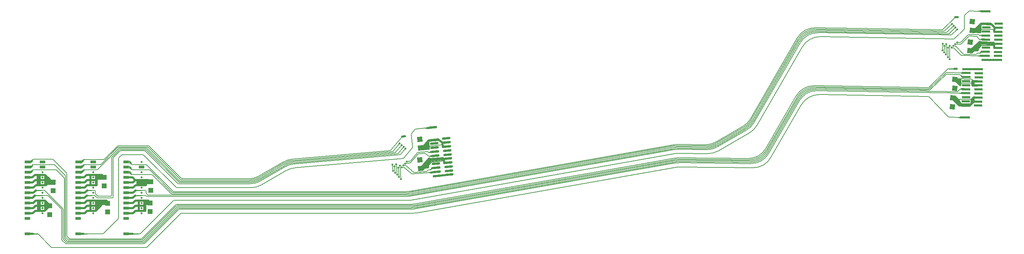
<source format=gbr>
*
G4_C Author: OrCAD GerbTool(tm) 8.1.1 Wed Jun 18 22:44:34 2003*
G4 Mass Parameters *
G4 Image *
G4 Aperture Definitions *
G4 Plot Data *
G4 Mass Parameters *
G4 Image *
G4 Aperture Definitions *
G4 Plot Data *
G4 Mass Parameters *
G4 Image *
G4 Aperture Definitions *
G4 Plot Data *
G4 Mass Parameters *
G4 Image *
G4 Aperture Definitions *
G4 Plot Data *
G4 Mass Parameters *
G4 Image *
G4 Aperture Definitions *
G4 Plot Data *
G4 Mass Parameters *
G4 Image *
G4 Aperture Definitions *
G4 Plot Data *
G4 Mass Parameters *
G4 Image *
G4 Aperture Definitions *
G4 Plot Data *
G4 Mass Parameters *
G4 Image *
G4 Aperture Definitions *
G4 Plot Data *
%LPD*%
%FSLAX34Y34*%
%MOIN*%
%AD*%
%AMD25R98*
20,1,0.025000,0.000000,-0.035000,0.000000,0.035000,98.600000*
%
%AMD10R98*
20,1,0.050000,-0.025000,0.000000,0.025000,0.000000,98.600000*
%
%AMD25R98N2*
20,1,0.025000,0.000000,-0.035000,0.000000,0.035000,98.600000*
%
%AMD10R98N2*
20,1,0.050000,-0.025000,0.000000,0.025000,0.000000,98.600000*
%
%AMD25R86*
20,1,0.025000,0.000000,-0.035000,0.000000,0.035000,86.080000*
%
%AMD10R86*
20,1,0.050000,-0.025000,0.000000,0.025000,0.000000,86.080000*
%
%AMD16R5*
20,1,0.025000,-0.035000,0.000000,0.035000,0.000000,5.450000*
%
%AMD10R5*
20,1,0.050000,-0.025000,0.000000,0.025000,0.000000,5.450000*
%
%AMD16R5N2*
20,1,0.025000,-0.035000,0.000000,0.035000,0.000000,5.450000*
%
%AMD10R5N2*
20,1,0.050000,-0.025000,0.000000,0.025000,0.000000,5.450000*
%
%AMD31R3*
20,1,0.025000,0.034920,-0.002390,-0.034920,0.002390,3.950000*
%
%AMD32R3*
20,1,0.050000,-0.001710,-0.024940,0.001710,0.024940,3.950000*
%
%AMD31R3N2*
20,1,0.025000,0.034920,-0.002390,-0.034920,0.002390,3.910000*
%
%AMD32R3N2*
20,1,0.050000,-0.001710,-0.024940,0.001710,0.024940,3.910000*
%
%AMD31R3N3*
20,1,0.025000,0.034920,-0.002390,-0.034920,0.002390,3.920000*
%
%AMD32R3N3*
20,1,0.050000,-0.001710,-0.024940,0.001710,0.024940,3.920000*
%
%AMD29R105*
20,1,0.022000,0.000000,-0.040000,0.000000,0.040000,105.000000*
%
%AMD42R105*
20,1,0.050000,-0.025000,0.000000,0.025000,0.000000,105.000000*
%
%AMD43R355*
20,1,0.022000,0.038640,0.010350,-0.038640,-0.010350,355.000000*
%
%AMD44R355*
20,1,0.050000,0.006470,-0.024150,-0.006470,0.024150,355.000000*
%
%AMD45R355*
20,1,0.022000,0.039400,0.006940,-0.039400,-0.006940,355.000000*
%
%AMD46R355*
20,1,0.050000,0.004340,-0.024620,-0.004340,0.024620,355.000000*
%
%AMD257R359*
20,1,0.022000,-0.040000,0.000000,0.040000,0.000000,359.000000*
%
%AMD42R359*
20,1,0.050000,-0.025000,0.000000,0.025000,0.000000,359.000000*
%
%AMD257R359N2*
20,1,0.022000,-0.040000,0.000000,0.040000,0.000000,359.000000*
%
%AMD42R359N2*
20,1,0.050000,-0.025000,0.000000,0.025000,0.000000,359.000000*
%
%AMD29R95*
20,1,0.022000,0.000000,-0.040000,0.000000,0.040000,95.000000*
%
%AMD42R95*
20,1,0.050000,-0.025000,0.000000,0.025000,0.000000,95.000000*
%
%AMD29R89*
20,1,0.022000,0.000000,-0.040000,0.000000,0.040000,89.000000*
%
%AMD42R89*
20,1,0.050000,-0.025000,0.000000,0.025000,0.000000,89.000000*
%
%AMD55R359*
20,1,0.022000,0.039990,-0.000700,-0.039990,0.000700,359.000000*
%
%AMD56R359*
20,1,0.050000,-0.000440,-0.025000,0.000440,0.025000,359.000000*
%
%AMD57R1*
20,1,0.022000,0.039970,-0.001400,-0.039970,0.001400,1.000000*
%
%AMD58R1*
20,1,0.050000,-0.000880,-0.024990,0.000880,0.024990,1.000000*
%
%AMD29R89N2*
20,1,0.022000,0.000000,-0.040000,0.000000,0.040000,89.000000*
%
%AMD42R89N2*
20,1,0.050000,-0.025000,0.000000,0.025000,0.000000,89.000000*
%
%ADD10R,0.050000X0.050000*%
%ADD11C,0.006000*%
%ADD12C,0.019000*%
%ADD13C,0.007900*%
%ADD14C,0.005000*%
%ADD15C,0.000800*%
%ADD16R,0.070000X0.025000*%
%ADD17R,0.068000X0.023000*%
%ADD18C,0.006000*%
%ADD19C,0.009800*%
%ADD20C,0.010000*%
%ADD21C,0.030000*%
%ADD22C,0.060000*%
%ADD23C,0.035000*%
%ADD24C,0.055000*%
%ADD25R,0.025000X0.070000*%
%ADD26D25R98*%
%ADD27R,0.029000X0.058000*%
%ADD28R,0.031000X0.060000*%
%ADD29R,0.022000X0.080000*%
%ADD30R,0.024000X0.082000*%
%ADD31R,0.030000X0.030000*%
%ADD32D10R86*%
%ADD33D16R5*%
%ADD34D10R5*%
%ADD35D16R5N2*%
%ADD36D10R5N2*%
%ADD37D31R3*%
%ADD38D32R3*%
%ADD39R,0.070000X0.025000*%
%ADD40D32R3N2*%
%ADD41R,0.070000X0.025000*%
%ADD42R,0.050000X0.050000*%
%ADD43D29R105*%
%ADD44D42R105*%
%ADD45D43R355*%
%ADD46D44R355*%
%ADD47D45R355*%
%ADD48D46R355*%
%ADD49D257R359*%
%ADD50D42R359*%
%ADD51D257R359N2*%
%ADD52D42R359N2*%
%ADD53D29R95*%
%ADD54D42R95*%
%ADD55D29R89*%
%ADD56D42R89*%
%ADD57D55R359*%
%ADD58D56R359*%
%ADD59D57R1*%
%ADD60D58R1*%
%ADD61D29R89N2*%
%ADD62D42R89N2*%
%ADD256R,0.058000X0.029000*%
%ADD257R,0.080000X0.022000*%
G4_C OrCAD GerbTool Tool List *
G54D20*
G1X11513Y1868D2*
G1X11004Y1868D1*
G1X12196Y4128D2*
G54D12*
G1X12196Y4601D1*
G1X12196Y4246D2*
G1X12196Y4718D1*
G1X12249Y6623D2*
G1X12250Y7097D1*
G1X12167Y6118D2*
G54D11*
G1X11579Y6117D1*
G1X12267Y6018D2*
G75*
G3X12167Y6118I-100J0D1*
G74*
G1X11662Y1868D2*
G1X11400Y1868D1*
G1X11732Y1897D2*
G75*
G2X11662Y1868I-71J71D1*
G74*
G1X6204Y1866D2*
G54D12*
G1X5653Y1866D1*
G1X8046Y1869D2*
G54D11*
G1X6402Y1868D1*
G1X8116Y1898D2*
G75*
G2X8046Y1869I-71J71D1*
G74*
G1X6103Y1866D2*
G54D20*
G1X6544Y1866D1*
G1X1304Y1868D2*
G54D12*
G1X755Y1868D1*
G1X1714Y1868D2*
G54D20*
G1X1205Y1868D1*
G1X1784Y1837D2*
G75*
G54D11*
G3X1714Y1868I-71J-71D1*
G74*
G1X10944Y7368D2*
G54D12*
G1X10368Y7367D1*
G1X10499Y6367D2*
G1X10994Y6367D1*
G1X11245Y6619D1*
G1X10506Y5866D2*
G1X11005Y5866D1*
G1X10991Y4869D2*
G1X10444Y4869D1*
G1X10443Y4369D2*
G1X10990Y4369D1*
G1X11241Y4619D1*
G1X10977Y5368D2*
G1X11228Y5619D1*
G1X11242Y5119D2*
G1X10991Y4869D1*
G1X11232Y4119D2*
G1X10984Y3869D1*
G1X11005Y5866D2*
G1X11258Y6119D1*
G1X10989Y6871D2*
G1X10416Y6871D1*
G1X11237Y7119D2*
G1X10989Y6871D1*
G1X9602Y9226D2*
G75*
G54D11*
G2X9632Y9297I100J0D1*
G74*
G1X6304Y9111D2*
G1X6174Y9005D1*
G1X6244Y7365D2*
G54D12*
G1X6496Y7617D1*
G1X6293Y6365D2*
G1X6544Y6617D1*
G1X6290Y4367D2*
G1X6540Y4616D1*
G1X6276Y5367D2*
G1X6526Y5617D1*
G1X6540Y5116D2*
G1X6291Y4867D1*
G1X6531Y4117D2*
G1X6282Y3867D1*
G1X6526Y5617D2*
G54D20*
G1X7003Y5616D1*
G1X6304Y5865D2*
G54D12*
G1X6558Y6118D1*
G1X6558Y6117D2*
G54D20*
G1X7004Y6117D1*
G1X7805Y4617D2*
G54D12*
G1X6557Y4617D1*
G1X7856Y4616D2*
G1X7355Y4117D1*
G1X6531Y4117D1*
G1X6536Y7117D2*
G1X6289Y6868D1*
G1X7829Y4668D2*
G1X7379Y5117D1*
G1X7463Y7117D2*
G1X6536Y7117D1*
G1X6496Y7617D2*
G1X7463Y7617D1*
G1X7464Y6617D2*
G1X6544Y6617D1*
G1X8212Y4970D2*
G1X7711Y4471D1*
G1X6164Y8487D2*
G54D11*
G1X6300Y8599D1*
G75*
G2X6363Y8621I63J-78D1*
G74*
G1X6276Y8079D2*
G1X6169Y7992D1*
G1X6340Y8103D2*
G75*
G3X6276Y8079I0J-100D1*
G74*
G1X7227Y5617D2*
G1X6778Y5617D1*
G1X7299Y5587D2*
G75*
G3X7227Y5617I-71J-71D1*
G74*
G1X7371Y5728D2*
G75*
G2X7342Y5798I71J71D1*
G74*
G1X7342Y6016D1*
G1X7242Y6117D2*
G1X6778Y6117D1*
G1X7342Y6016D2*
G75*
G3X7242Y6117I-100J0D1*
G74*
G1X7537Y5561D2*
G1X7371Y5728D1*
G1X7608Y5531D2*
G75*
G2X7537Y5561I0J100D1*
G74*
G1X7489Y5396D2*
G1X7299Y5587D1*
G1X7560Y5367D2*
G75*
G2X7489Y5396I0J100D1*
G74*
G1X1018Y7762D2*
G1X1148Y7868D1*
G1X1018Y7975D1*
G1X1038Y7946D2*
G1X1038Y7792D1*
G1X1076Y7923D2*
G1X1075Y7814D1*
G1X1023Y7869D2*
G1X1148Y7868D1*
G1X1018Y8262D2*
G1X1148Y8369D1*
G1X1039Y8446D2*
G1X1038Y8292D1*
G1X1075Y8423D2*
G1X1076Y8315D1*
G1X1023Y8369D2*
G1X1148Y8369D1*
G1X1040Y8946D2*
G1X1039Y8792D1*
G1X1076Y8923D2*
G1X1077Y8815D1*
G1X1025Y8868D2*
G1X1149Y8869D1*
G1X1215Y8524D2*
G75*
G2X1314Y8624I100J0D1*
G74*
G1X1215Y8468D2*
G1X1215Y8524D1*
G1X1114Y8369D2*
G75*
G3X1215Y8468I0J100D1*
G74*
G1X1023Y7869D2*
G1X1148Y7868D1*
G1X1214Y8023D2*
G75*
G2X1314Y8123I100J0D1*
G74*
G1X1215Y7969D2*
G1X1214Y8023D1*
G1X1114Y7869D2*
G75*
G3X1215Y7969I0J100D1*
G74*
G1X1148Y8869D2*
G1X1018Y8975D1*
G1X1024Y8869D2*
G1X1148Y8869D1*
G1X1114Y8868D2*
G75*
G3X1214Y8969I0J100D1*
G74*
G1X1146Y8368D2*
G1X1017Y8475D1*
G1X1063Y8414D2*
G1X1188Y8413D1*
G1X1067Y8449D2*
G1X1192Y8449D1*
G1X1114Y8488D2*
G1X1244Y8594D1*
G1X1072Y8423D2*
G1X1202Y8529D1*
G1X1003Y8474D2*
G1X1127Y8473D1*
G1X1081Y8396D2*
G1X1211Y8502D1*
G1X1016Y8975D2*
G1X1142Y8975D1*
G1X1056Y8915D2*
G1X1180Y8915D1*
G1X1058Y8954D2*
G1X1183Y8953D1*
G1X1212Y9026D2*
G1X1082Y8919D1*
G1X1205Y8985D2*
G1X1075Y8879D1*
G1X1190Y8960D2*
G1X1060Y8854D1*
G1X1055Y8440D2*
G1X1185Y8547D1*
G1X1119Y7993D2*
G1X1249Y8099D1*
G1X1038Y7927D2*
G1X1168Y8033D1*
G1X979Y7974D2*
G1X1103Y7974D1*
G1X1071Y7913D2*
G1X1196Y7913D1*
G1X1074Y7946D2*
G1X1199Y7946D1*
G1X1078Y7973D2*
G1X1203Y7972D1*
G1X1073Y7914D2*
G1X1203Y8021D1*
G1X1214Y8969D2*
G1X1214Y9029D1*
G75*
G2X1315Y9129I100J0D1*
G74*
G1X1256Y9112D2*
G1X1126Y9006D1*
G1X1200Y9067D2*
G1X1070Y8961D1*
G1X1195Y7366D2*
G54D12*
G1X618Y7367D1*
G1X1195Y7366D2*
G1X1447Y7618D1*
G1X1087Y8928D2*
G54D11*
G1X1215Y9057D1*
G1X748Y6366D2*
G54D12*
G1X1244Y6366D1*
G1X756Y5866D2*
G1X1256Y5866D1*
G1X694Y3868D2*
G1X1194Y3868D1*
G1X1242Y4868D2*
G1X694Y4867D1*
G1X694Y4368D2*
G1X1240Y4368D1*
G1X694Y5368D2*
G1X1228Y5368D1*
G1X1477Y5618D1*
G1X1483Y4118D2*
G1X1233Y3868D1*
G1X1239Y6869D2*
G1X667Y6870D1*
G1X1487Y7118D2*
G1X1239Y6869D1*
G1X1030Y8772D2*
G54D11*
G1X1160Y8879D1*
G1X1608Y6118D2*
G54D20*
G1X2054Y6117D1*
G1X2907Y4618D2*
G54D12*
G1X2407Y4118D1*
G1X2879Y4668D2*
G1X2430Y5118D1*
G1X1293Y6366D2*
G1X1545Y6618D1*
G1X1289Y4368D2*
G1X1540Y4618D1*
G1X1540Y5117D2*
G1X1291Y4868D1*
G1X1305Y5866D2*
G1X1557Y6119D1*
G1X14952Y5988D2*
G75*
G54D11*
G2X14882Y6017I0J100D1*
G74*
G1X14880Y5868D2*
G75*
G2X14810Y5897I0J100D1*
G74*
G1X14799Y5748D2*
G75*
G2X14729Y5777I0J100D1*
G74*
G1X14934Y5099D2*
G1X11732Y1897D1*
G1X15004Y5128D2*
G75*
G3X14934Y5099I0J-100D1*
G74*
G1X15245Y4748D2*
G75*
G3X15175Y4719I0J-100D1*
G74*
G1X15233Y4599D2*
G75*
G2X15303Y4628I71J-71D1*
G74*
G1X15360Y4508D2*
G75*
G3X15290Y4479I0J-100D1*
G74*
G1X15353Y4359D2*
G75*
G2X15423Y4388I71J-71D1*
G74*
G1X15497Y4268D2*
G75*
G3X15427Y4239I0J-100D1*
G74*
G1X15622Y3859D2*
G75*
G2X15692Y3888I71J-71D1*
G74*
G1X9737Y9936D2*
G75*
G2X9807Y9965I71J-71D1*
G74*
G1X9663Y10056D2*
G75*
G2X9733Y10085I71J-71D1*
G74*
G1X9600Y10176D2*
G75*
G2X9670Y10205I71J-71D1*
G74*
G1X9543Y10296D2*
G75*
G2X9613Y10325I71J-71D1*
G74*
G1X9486Y10416D2*
G75*
G2X9556Y10445I71J-71D1*
G74*
G1X9632Y9297D2*
G1X9888Y9554D1*
G75*
G2X9958Y9583I71J-71D1*
G74*
G1X12128Y938D2*
G1X15427Y4239D1*
G1X12058Y909D2*
G75*
G3X12128Y938I0J100D1*
G74*
G1X15353Y4359D2*
G1X12053Y1058D1*
G75*
G2X11983Y1029I-71J71D1*
G74*
G1X11990Y1178D2*
G1X15290Y4479D1*
G1X11920Y1149D2*
G75*
G3X11990Y1178I0J100D1*
G74*
G1X15233Y4599D2*
G1X11933Y1298D1*
G75*
G2X11863Y1269I-71J71D1*
G74*
G1X11875Y1418D2*
G1X15175Y4719D1*
G1X11805Y1389D2*
G75*
G3X11875Y1418I0J100D1*
G74*
G1X11805Y1389D2*
G1X4856Y1389D1*
G75*
G2X4786Y1418I0J100D1*
G74*
G1X4757Y1269D2*
G1X11863Y1269D1*
G1X4686Y1298D2*
G75*
G3X4757Y1269I71J71D1*
G74*
G1X11920Y1149D2*
G1X4659Y1149D1*
G75*
G2X4588Y1178I0J100D1*
G74*
G1X4584Y1029D2*
G1X11983Y1029D1*
G1X4514Y1058D2*
G75*
G3X4584Y1029I71J71D1*
G74*
G1X12058Y909D2*
G1X4485Y909D1*
G75*
G2X4415Y938I0J100D1*
G74*
G1X4101Y1252D1*
G1X4072Y1322D2*
G75*
G3X4101Y1252I100J0D1*
G74*
G1X4514Y1058D2*
G1X4221Y1351D1*
G75*
G2X4192Y1421I71J71D1*
G74*
G1X4588Y1178D2*
G1X4341Y1427D1*
G75*
G2X4312Y1497I71J71D1*
G74*
G1X4461Y1525D2*
G1X4686Y1298D1*
G1X4432Y1595D2*
G75*
G3X4461Y1525I100J0D1*
G74*
G1X4786Y1418D2*
G1X4584Y1620D1*
G75*
G2X4555Y1690I71J71D1*
G74*
G1X4072Y1322D2*
G1X4072Y4227D1*
G75*
G3X4043Y4297I-100J0D1*
G74*
G1X4192Y1421D2*
G1X4192Y4277D1*
G75*
G3X4163Y4347I-100J0D1*
G74*
G1X4043Y4297D2*
G1X2750Y5589D1*
G1X2680Y5618D2*
G1X1830Y5618D1*
G1X2750Y5589D2*
G75*
G3X2680Y5618I-71J-71D1*
G74*
G1X4163Y4347D2*
G1X2421Y6089D1*
G1X2351Y6118D2*
G1X1829Y6118D1*
G1X2421Y6089D2*
G75*
G3X2351Y6118I-71J-71D1*
G74*
G1X4312Y1497D2*
G1X4312Y7272D1*
G75*
G3X4283Y7342I-100J0D1*
G74*
G1X4432Y1595D2*
G1X4432Y7492D1*
G75*
G3X4403Y7562I-100J0D1*
G74*
G1X4555Y1690D2*
G1X4555Y7728D1*
G75*
G3X4526Y7798I-100J0D1*
G74*
G1X4283Y7342D2*
G1X3532Y8094D1*
G75*
G3X3462Y8123I-71J-71D1*
G74*
G1X4403Y7562D2*
G1X3372Y8594D1*
G75*
G3X3302Y8623I-71J-71D1*
G74*
G1X4526Y7798D2*
G1X3225Y9099D1*
G75*
G3X3155Y9128I-71J-71D1*
G74*
G1X2407Y4118D2*
G54D12*
G1X1483Y4118D1*
G1X2856Y4618D2*
G1X1523Y4618D1*
G1X2430Y5118D2*
G1X1523Y5117D1*
G1X2154Y5618D2*
G54D20*
G1X1523Y5618D1*
G1X2515Y7118D2*
G54D12*
G1X1487Y7118D1*
G1X3302Y8623D2*
G54D11*
G1X1314Y8623D1*
G1X3155Y9128D2*
G1X1315Y9128D1*
G1X3462Y8123D2*
G1X1313Y8123D1*
G1X1784Y1837D2*
G1X3064Y558D1*
G75*
G3X3134Y529I71J71D1*
G74*
G1X12253Y529D1*
G1X12323Y558D2*
G1X15622Y3859D1*
G1X12253Y529D2*
G75*
G3X12323Y558I0J100D1*
G74*
G1X8116Y1898D2*
G1X9573Y3355D1*
G1X9602Y3425D2*
G1X9602Y9226D1*
G1X9573Y3355D2*
G75*
G3X9602Y3425I-71J71D1*
G74*
G1X5644Y3867D2*
G54D12*
G1X6243Y3867D1*
G1X5642Y4367D2*
G1X6290Y4367D1*
G1X6291Y4867D2*
G1X5643Y4866D1*
G1X5643Y5367D2*
G1X6276Y5367D1*
G1X5705Y5865D2*
G1X6304Y5865D1*
G1X5697Y6365D2*
G1X6293Y6365D1*
G1X6244Y7365D2*
G1X5567Y7366D1*
G1X6289Y6868D2*
G1X5615Y6869D1*
G1X6102Y7879D2*
G54D11*
G1X5972Y7984D1*
G1X5972Y7773D2*
G1X6102Y7879D1*
G1X5977Y7879D1*
G1X5992Y7956D2*
G1X5992Y7801D1*
G1X6102Y7879D2*
G1X5977Y7879D1*
G1X6025Y7923D2*
G1X6151Y7923D1*
G1X6068Y7879D2*
G75*
G3X6169Y7979I0J100D1*
G74*
G1X6032Y7983D2*
G1X6157Y7983D1*
G1X6027Y7925D2*
G1X6157Y8031D1*
G1X6168Y8020D2*
G1X6168Y8075D1*
G1X6190Y8098D2*
G1X5992Y7937D1*
G1X6030Y7933D2*
G1X6030Y7825D1*
G1X6028Y7956D2*
G1X6153Y7956D1*
G1X6252Y8121D2*
G75*
G3X6190Y8098I0J-101D1*
G74*
G1X6169Y7979D2*
G1X6169Y8034D1*
G1X6396Y8121D2*
G1X6252Y8121D1*
G1X5934Y7965D2*
G1X6047Y8018D1*
G1X6034Y8012D2*
G1X6147Y8064D1*
G1X6102Y8379D2*
G1X5972Y8484D1*
G1X5972Y8273D2*
G1X6102Y8379D1*
G1X5977Y8379D1*
G1X5992Y8456D2*
G1X5992Y8301D1*
G1X6102Y8379D2*
G1X5977Y8379D1*
G1X6025Y8423D2*
G1X6151Y8423D1*
G1X6068Y8379D2*
G75*
G3X6169Y8479I0J100D1*
G74*
G1X6032Y8483D2*
G1X6157Y8483D1*
G1X6027Y8425D2*
G1X6157Y8531D1*
G1X6168Y8520D2*
G1X6168Y8575D1*
G1X6190Y8598D2*
G1X5992Y8437D1*
G1X6030Y8433D2*
G1X6030Y8325D1*
G1X6028Y8456D2*
G1X6153Y8456D1*
G1X6252Y8621D2*
G75*
G3X6190Y8598I0J-101D1*
G74*
G1X6169Y8479D2*
G1X6169Y8534D1*
G1X6396Y8621D2*
G1X6252Y8621D1*
G1X5934Y8466D2*
G1X6047Y8518D1*
G1X6034Y8512D2*
G1X6147Y8565D1*
G1X6104Y8878D2*
G1X5974Y8983D1*
G1X5974Y8772D2*
G1X6104Y8878D1*
G1X5979Y8878D1*
G1X5994Y8955D2*
G1X5994Y8800D1*
G1X6104Y8878D2*
G1X5979Y8878D1*
G1X6027Y8922D2*
G1X6153Y8922D1*
G1X6070Y8878D2*
G75*
G3X6171Y8978I0J100D1*
G74*
G1X6034Y8982D2*
G1X6159Y8982D1*
G1X6029Y8924D2*
G1X6159Y9030D1*
G1X6170Y9019D2*
G1X6170Y9074D1*
G1X6192Y9097D2*
G1X5994Y8936D1*
G1X6032Y8932D2*
G1X6032Y8824D1*
G1X6030Y8955D2*
G1X6155Y8955D1*
G1X6254Y9120D2*
G75*
G3X6192Y9097I0J-101D1*
G74*
G1X6171Y8978D2*
G1X6171Y9033D1*
G1X6398Y9120D2*
G1X6254Y9120D1*
G1X5936Y8964D2*
G1X6049Y9017D1*
G1X6036Y9011D2*
G1X6149Y9063D1*
G1X6110Y8476D2*
G1X6246Y8588D1*
G1X6128Y7999D2*
G1X6264Y8111D1*
G1X12250Y6618D2*
G54D12*
G1X11245Y6618D1*
G1X11259Y6117D2*
G54D20*
G1X11805Y6118D1*
G1X11228Y5618D2*
G1X11805Y5618D1*
G1X12511Y5118D2*
G54D12*
G1X11242Y5118D1*
G1X12196Y4618D2*
G1X11258Y4618D1*
G1X12196Y4118D2*
G1X11232Y4118D1*
G1X12195Y5618D2*
G54D11*
G1X11548Y5618D1*
G1X12265Y5589D2*
G75*
G3X12195Y5618I-71J-71D1*
G74*
G1X12265Y5589D2*
G1X12317Y5537D1*
G75*
G3X12387Y5508I71J71D1*
G74*
G1X12267Y5865D2*
G1X12267Y6018D1*
G1X12296Y5794D2*
G75*
G2X12267Y5865I71J71D1*
G74*
G1X12296Y5794D2*
G1X12433Y5657D1*
G75*
G3X12503Y5628I71J71D1*
G74*
G1X10444Y5368D2*
G54D12*
G1X10977Y5368D1*
G1X10444Y3868D2*
G1X10945Y3868D1*
G1X11004Y1868D2*
G1X10454Y1868D1*
G1X11814Y6366D3*
G1X11813Y5866D3*
G1X11813Y4367D3*
G1X11812Y5367D3*
G1X11812Y4867D3*
G1X11813Y3866D3*
G1X11812Y7867D3*
G54D256*
G1X11812Y8367D3*
G54D12*
G1X11814Y8867D3*
G54D256*
G1X10343Y8369D3*
G1X10342Y7868D3*
G1X10342Y7369D3*
G1X10342Y6869D3*
G1X10342Y6368D3*
G1X10343Y5868D3*
G1X10343Y5368D3*
G1X10342Y4867D3*
G1X10343Y4368D3*
G1X10342Y3869D3*
G1X10343Y3368D3*
G1X10342Y1868D3*
G1X10343Y8868D3*
G1X12511Y6800D2*
G54D12*
G1X12123Y6800D1*
G1X12518Y6976D2*
G1X12123Y6976D1*
G1X11812Y7367D3*
G1X12510Y7116D2*
G1X11237Y7116D1*
G54D42*
G1X12650Y4047D3*
G1X12651Y4887D3*
G1X12727Y6111D3*
G1X12728Y6951D3*
G54D12*
G1X7125Y6366D3*
G1X7124Y5866D3*
G1X7124Y4367D3*
G1X7124Y6866D3*
G1X7123Y7367D3*
G1X7123Y5367D3*
G1X7123Y4867D3*
G1X7124Y3866D3*
G54D256*
G1X5654Y8369D3*
G1X5653Y7868D3*
G1X5653Y7369D3*
G1X5653Y6869D3*
G1X5653Y6368D3*
G1X5654Y5868D3*
G1X5654Y5368D3*
G1X5653Y4867D3*
G1X5654Y4368D3*
G1X5653Y3869D3*
G1X5654Y3368D3*
G1X5653Y1868D3*
G1X5654Y8868D3*
G1X7123Y8867D3*
G1X7123Y8367D3*
G54D12*
G1X7123Y7867D3*
G1X9600Y10176D2*
G54D11*
G1X7575Y8150D1*
G1X7505Y8121D2*
G1X6340Y8121D1*
G1X7575Y8150D2*
G75*
G2X7505Y8121I-71J71D1*
G74*
G1X6363Y8621D2*
G1X7828Y8621D1*
G1X7898Y8650D2*
G1X9543Y10296D1*
G1X7828Y8621D2*
G75*
G3X7898Y8650I0J100D1*
G74*
G1X9486Y10416D2*
G1X8218Y9149D1*
G1X8148Y9120D2*
G1X6363Y9120D1*
G1X8218Y9149D2*
G75*
G2X8148Y9120I-71J71D1*
G74*
G1X6870Y7084D2*
G54D12*
G1X6870Y7557D1*
G1X6870Y6642D2*
G1X6870Y7115D1*
G1X7379Y6647D2*
G1X7379Y7120D1*
G1X7379Y7054D2*
G1X7379Y7527D1*
G1X5958Y7947D2*
G54D11*
G1X5958Y7792D1*
G1X5943Y7909D2*
G1X5943Y7754D1*
G1X5956Y8445D2*
G1X5956Y8290D1*
G1X5943Y8409D2*
G1X5943Y8254D1*
G1X5953Y8941D2*
G1X5953Y8786D1*
G1X5943Y8909D2*
G1X5943Y8754D1*
G1X6257Y9124D2*
G1X6127Y9018D1*
G1X8820Y5532D2*
G1X7608Y5532D1*
G1X8920Y5632D2*
G75*
G2X8820Y5532I-100J0D1*
G74*
G1X7560Y5367D2*
G1X8971Y5367D1*
G75*
G3X9071Y5467I0J100D1*
G74*
G1X9070Y9227D1*
G1X9099Y9298D2*
G1X9737Y9936D1*
G1X9070Y9227D2*
G75*
G2X9099Y9298I100J0D1*
G74*
G1X8920Y5632D2*
G1X8920Y9271D1*
G1X8949Y9342D2*
G1X9663Y10056D1*
G1X8920Y9271D2*
G75*
G2X8949Y9342I100J0D1*
G74*
G54D42*
G1X8519Y3993D3*
G1X8520Y4833D3*
G1X8008Y7617D2*
G54D12*
G1X7438Y7617D1*
G1X7463Y6617D2*
G1X7463Y7606D1*
G1X7397Y6976D2*
G1X7453Y6976D1*
G1X7453Y6799D2*
G1X7397Y6799D1*
G1X8015Y7445D2*
G1X7445Y7445D1*
G1X8021Y7258D2*
G1X7451Y7258D1*
G54D42*
G1X8188Y6535D3*
G1X8189Y7375D3*
G54D12*
G1X2196Y6365D3*
G1X2195Y5865D3*
G1X2195Y4366D3*
G1X2195Y6865D3*
G1X2194Y7366D3*
G1X2194Y5366D3*
G1X2194Y4866D3*
G1X2195Y3865D3*
G1X2194Y7866D3*
G54D256*
G1X2194Y8366D3*
G1X2196Y8866D3*
G1X724Y8368D3*
G1X723Y7867D3*
G1X723Y7368D3*
G1X723Y6868D3*
G1X723Y6367D3*
G1X724Y5867D3*
G1X724Y5367D3*
G1X723Y4866D3*
G1X724Y4367D3*
G1X723Y3868D3*
G1X724Y3367D3*
G1X723Y1866D3*
G1X724Y8867D3*
G1X1487Y7618D2*
G54D12*
G1X2429Y7618D1*
G54D42*
G1X2906Y3758D3*
G1X2907Y4598D3*
G1X3225Y6062D3*
G1X3226Y6902D3*
G1X2520Y7056D2*
G54D12*
G1X3380Y7056D1*
G1X2880Y7168D2*
G1X2431Y7618D1*
G1X3132Y6914D2*
G1X2683Y7364D1*
G1X2520Y6747D2*
G1X3380Y6747D1*
G1X2468Y6911D2*
G1X3328Y6911D1*
G1X3057Y6870D2*
G1X2608Y7320D1*
G1X2614Y6733D2*
G1X2614Y7410D1*
G1X2461Y6618D2*
G1X2461Y7568D1*
G1X2991Y7062D2*
G1X2541Y6618D1*
G1X2523Y6617D2*
G1X1568Y6617D1*
G1X1933Y4140D2*
G1X1933Y5090D1*
G1X1750Y4147D2*
G1X1750Y5097D1*
G1X1915Y6634D2*
G1X1915Y7584D1*
G1X1730Y6620D2*
G1X1730Y7570D1*
G1X2455Y5087D2*
G1X2455Y4188D1*
G1X2613Y4918D2*
G1X2613Y4418D1*
G1X12098Y6702D2*
G1X12098Y7117D1*
G1X11427Y6667D2*
G1X11427Y7117D1*
G1X11208Y7122D2*
G1X10956Y7376D1*
G54D256*
G1X11762Y6950D3*
G1X11741Y6795D3*
G1X10631Y7973D2*
G54D11*
G1X10761Y7867D1*
G1X10631Y7761D1*
G1X10637Y7867D2*
G1X10761Y7867D1*
G1X10637Y7867D1*
G1X10727Y7868D2*
G75*
G2X10827Y7767I0J-100D1*
G74*
G1X10652Y7810D2*
G1X10782Y7703D1*
G1X10591Y7763D2*
G1X10717Y7762D1*
G1X10685Y7823D2*
G1X10809Y7823D1*
G1X10687Y7790D2*
G1X10813Y7790D1*
G1X10692Y7763D2*
G1X10816Y7763D1*
G1X10687Y7821D2*
G1X10817Y7715D1*
G1X10827Y7731D2*
G1X10826Y7676D1*
G1X10827Y7776D2*
G1X10827Y7721D1*
G1X10646Y7927D2*
G1X10646Y7800D1*
G1X10632Y8473D2*
G1X10762Y8367D1*
G1X10636Y8368D1*
G1X10728Y8367D2*
G75*
G2X10827Y8267I0J-100D1*
G74*
G1X10760Y8367D2*
G1X10629Y8261D1*
G1X10677Y8323D2*
G1X10802Y8322D1*
G1X10680Y8287D2*
G1X10805Y8287D1*
G1X10685Y8313D2*
G1X10815Y8207D1*
G1X10615Y8262D2*
G1X10741Y8262D1*
G1X10695Y8340D2*
G1X10825Y8234D1*
G1X10669Y8295D2*
G1X10799Y8189D1*
G1X10826Y8238D2*
G1X10826Y8183D1*
G1X10826Y8281D2*
G1X10826Y8226D1*
G1X10650Y8422D2*
G1X10650Y8295D1*
G1X10637Y8870D2*
G1X10763Y8870D1*
G1X10632Y8976D1*
G1X10762Y8870D2*
G1X10631Y8764D1*
G1X10636Y8870D2*
G1X10762Y8870D1*
G1X10727Y8870D2*
G75*
G2X10827Y8770I0J-100D1*
G74*
G1X10629Y8765D2*
G1X10754Y8764D1*
G1X10668Y8824D2*
G1X10794Y8825D1*
G1X10672Y8785D2*
G1X10796Y8785D1*
G1X10825Y8713D2*
G1X10695Y8819D1*
G1X10819Y8755D2*
G1X10689Y8860D1*
G1X10803Y8779D2*
G1X10673Y8885D1*
G1X10827Y8770D2*
G1X10828Y8710D1*
G1X10812Y8672D2*
G1X10682Y8778D1*
G1X10700Y8811D2*
G1X10828Y8682D1*
G1X10646Y8920D2*
G1X10646Y8793D1*
G1X10732Y7743D2*
G1X10839Y7656D1*
G75*
G3X10902Y7634I63J78D1*
G74*
G1X10728Y8248D2*
G1X10853Y8147D1*
G75*
G3X10916Y8124I63J77D1*
G74*
G1X10738Y8733D2*
G1X10844Y8647D1*
G75*
G3X10907Y8624I63J77D1*
G74*
G1X14729Y5777D2*
G1X12903Y7604D1*
G1X12832Y7634D2*
G1X10902Y7634D1*
G1X12903Y7604D2*
G75*
G3X12832Y7634I-71J-71D1*
G74*
G1X10916Y8124D2*
G1X12542Y8124D1*
G1X12612Y8095D2*
G1X14810Y5897D1*
G1X12542Y8124D2*
G75*
G2X12612Y8095I0J-100D1*
G74*
G1X12196Y4268D2*
G54D12*
G1X12096Y4269D1*
G1X12197Y4431D2*
G1X12097Y4431D1*
G1X12510Y4776D2*
G1X12097Y4776D1*
G1X12097Y4938D2*
G1X12510Y4938D1*
G1X11556Y4122D2*
G1X11556Y4595D1*
G1X11556Y4566D2*
G1X11556Y5038D1*
G1X12096Y4138D2*
G1X12096Y4611D1*
G1X12097Y4561D2*
G1X12097Y5034D1*
G1X6866Y4134D2*
G1X6866Y4607D1*
G1X7623Y4430D2*
G1X7414Y4430D1*
G1X6866Y4607D2*
G1X6866Y5080D1*
G1X8422Y4774D2*
G1X7414Y4774D1*
G1X7414Y4937D2*
G1X8423Y4937D1*
G1X7410Y4207D2*
G1X7410Y4680D1*
G1X7410Y4567D2*
G1X7410Y5040D1*
G1X8422Y5117D2*
G1X6540Y5117D1*
G1X14882Y6017D2*
G54D11*
G1X12304Y8595D1*
G1X12234Y8624D2*
G1X10907Y8624D1*
G1X12304Y8595D2*
G75*
G3X12234Y8624I-71J-71D1*
G74*
G1X15251Y6368D2*
G75*
G2X15180Y6397I0J100D1*
G74*
G1X15350Y6777D2*
G75*
G3X15421Y6748I71J71D1*
G74*
G1X15520Y6868D2*
G75*
G2X15449Y6897I0J100D1*
G74*
G1X15525Y7017D2*
G75*
G3X15596Y6988I71J71D1*
G74*
G1X15691Y7108D2*
G75*
G2X15620Y7137I0J100D1*
G74*
G1X15718Y7257D2*
G75*
G3X15789Y7228I71J71D1*
G74*
G1X9556Y10445D2*
G1X12498Y10445D1*
G1X12569Y10416D2*
G1X15718Y7257D1*
G1X12498Y10445D2*
G75*
G2X12569Y10416I0J-100D1*
G74*
G1X15620Y7137D2*
G1X12470Y10296D1*
G1X12399Y10325D2*
G1X9613Y10325D1*
G1X12470Y10296D2*
G75*
G3X12399Y10325I-71J-71D1*
G74*
G1X9670Y10205D2*
G1X12297Y10205D1*
G1X12368Y10176D2*
G1X15525Y7017D1*
G1X12297Y10205D2*
G75*
G2X12368Y10176I0J-100D1*
G74*
G1X15449Y6897D2*
G1X12292Y10056D1*
G1X12221Y10085D2*
G1X9733Y10085D1*
G1X12292Y10056D2*
G75*
G3X12221Y10085I-71J-71D1*
G74*
G1X9807Y9965D2*
G1X12122Y9965D1*
G1X12193Y9936D2*
G1X15350Y6777D1*
G1X12122Y9965D2*
G75*
G2X12193Y9936I0J-100D1*
G74*
G1X9958Y9583D2*
G1X11954Y9583D1*
G1X12025Y9554D2*
G1X15180Y6397D1*
G1X11954Y9583D2*
G75*
G2X12025Y9554I0J-100D1*
G74*
G1X70813Y9204D2*
G75*
G3X72566Y10204I20J1996D1*
G74*
G1X72635Y10083D2*
G75*
G2X70882Y9083I-1733J1001D1*
G74*
G1X70951Y8963D2*
G75*
G3X72704Y9963I20J1996D1*
G74*
G1X72773Y9842D2*
G75*
G2X71020Y8842I-1733J1001D1*
G74*
G1X71089Y8721D2*
G75*
G3X72842Y9721I20J1996D1*
G74*
G1X73041Y9307D2*
G75*
G2X71288Y8307I-1733J1001D1*
G74*
G1X66678Y10549D2*
G75*
G3X67699Y10817I20J2009D1*
G74*
G1X70321Y12331D1*
G75*
G3X71053Y13063I-996J1725D1*
G74*
G1X71141Y12975D2*
G75*
G2X70409Y12243I-1725J996D1*
G74*
G1X67731Y10697D1*
G75*
G2X66710Y10429I-1001J1734D1*
G74*
G1X66741Y10309D2*
G75*
G3X67762Y10577I20J2009D1*
G74*
G1X70497Y12155D1*
G75*
G3X71229Y12887I-996J1725D1*
G74*
G1X71317Y12800D2*
G75*
G2X70585Y12067I-1725J996D1*
G74*
G1X67794Y10456D1*
G75*
G2X66773Y10188I-1001J1734D1*
G74*
G1X66804Y10068D2*
G75*
G3X67825Y10336I22J2006D1*
G74*
G1X70672Y11980D1*
G75*
G3X71404Y12712I-996J1725D1*
G74*
G1X71683Y12433D2*
G75*
G2X70950Y11701I-1725J996D1*
G74*
G1X67922Y9953D1*
G1X66901Y9685D2*
G75*
G3X67922Y9953I20J2009D1*
G74*
G1X71288Y8307D2*
G1X64134Y8382D1*
G75*
G3X63766Y8352I-20J-2036D1*
G74*
G1X64099Y8794D2*
G1X71089Y8721D1*
G1X63731Y8764D2*
G75*
G2X64099Y8794I348J-1971D1*
G74*
G1X64093Y8915D2*
G1X71020Y8842D1*
G1X63725Y8884D2*
G75*
G2X64093Y8915I348J-1971D1*
G74*
G1X70951Y8963D2*
G1X64081Y9035D1*
G75*
G3X63712Y9004I-20J-2036D1*
G74*
G1X64069Y9155D2*
G1X70882Y9083D1*
G1X63701Y9125D2*
G75*
G2X64069Y9155I348J-1971D1*
G74*
G1X70813Y9204D2*
G1X64059Y9275D1*
G75*
G3X63691Y9245I-20J-2036D1*
G74*
G1X64023Y9715D2*
G1X66901Y9685D1*
G1X63655Y9685D2*
G75*
G2X64023Y9715I348J-1971D1*
G74*
G1X66804Y10068D2*
G1X63991Y10098D1*
G75*
G3X63623Y10067I-22J-2026D1*
G74*
G1X63981Y10218D2*
G1X66773Y10188D1*
G1X63613Y10187D2*
G75*
G2X63981Y10218I348J-1971D1*
G74*
G1X66741Y10309D2*
G1X63972Y10338D1*
G75*
G3X63604Y10308I-22J-2025D1*
G74*
G1X63963Y10458D2*
G1X66710Y10429D1*
G1X63595Y10428D2*
G75*
G2X63963Y10458I348J-1971D1*
G74*
G1X63953Y10578D2*
G1X66678Y10549D1*
G1X63584Y10548D2*
G75*
G2X63953Y10578I348J-1972D1*
G74*
G1X15497Y4268D2*
G1X38059Y4268D1*
G1X38406Y4299D2*
G1X63731Y8764D1*
G1X38059Y4268D2*
G75*
G3X38406Y4299I0J2033D1*
G74*
G1X63725Y8884D2*
G1X38395Y4419D1*
G1X38048Y4388D2*
G1X15423Y4388D1*
G1X38395Y4419D2*
G75*
G2X38048Y4388I-347J1966D1*
G74*
G1X15360Y4508D2*
G1X38038Y4508D1*
G1X38385Y4539D2*
G1X63712Y9004D1*
G1X38038Y4508D2*
G75*
G3X38385Y4539I0J2033D1*
G74*
G1X63701Y9125D2*
G1X38375Y4659D1*
G1X38028Y4628D2*
G1X15303Y4628D1*
G1X38375Y4659D2*
G75*
G2X38028Y4628I-347J1966D1*
G74*
G1X15245Y4748D2*
G1X38017Y4748D1*
G1X38365Y4779D2*
G1X63691Y9245D1*
G1X38017Y4748D2*
G75*
G3X38365Y4779I0J2033D1*
G74*
G1X63655Y9685D2*
G1X37986Y5159D1*
G1X37639Y5128D2*
G1X15004Y5128D1*
G1X37986Y5159D2*
G75*
G2X37639Y5128I-347J1966D1*
G74*
G1X12387Y5508D2*
G1X37594Y5508D1*
G1X37941Y5539D2*
G1X63623Y10067D1*
G1X37594Y5508D2*
G75*
G3X37941Y5539I0J2033D1*
G74*
G1X63613Y10187D2*
G1X37930Y5659D1*
G1X37583Y5628D2*
G1X12503Y5628D1*
G1X37930Y5659D2*
G75*
G2X37583Y5628I-347J1966D1*
G74*
G1X14799Y5748D2*
G1X37573Y5748D1*
G1X37920Y5779D2*
G1X63604Y10308D1*
G1X37573Y5748D2*
G75*
G3X37920Y5779I0J2033D1*
G74*
G1X63595Y10428D2*
G1X37909Y5899D1*
G1X37562Y5868D2*
G1X14880Y5868D1*
G1X37909Y5899D2*
G75*
G2X37562Y5868I-347J1966D1*
G74*
G1X14952Y5988D2*
G1X37552Y5988D1*
G1X37899Y6019D2*
G1X63584Y10548D1*
G1X37552Y5988D2*
G75*
G3X37899Y6019I0J2033D1*
G74*
G1X15692Y3888D2*
G1X38277Y3888D1*
G1X38624Y3919D2*
G1X63766Y8352D1*
G1X38277Y3888D2*
G75*
G3X38624Y3919I0J2033D1*
G74*
G1X15789Y7228D2*
G1X22248Y7228D1*
G75*
G3X23248Y7496I0J2008D1*
G74*
G1X22280Y7108D2*
G1X15691Y7108D1*
G1X23280Y7376D2*
G75*
G2X22280Y7108I-1000J1732D1*
G74*
G1X15596Y6988D2*
G1X22313Y6988D1*
G75*
G3X23313Y7256I0J2008D1*
G74*
G1X22345Y6868D2*
G1X15520Y6868D1*
G1X23345Y7136D2*
G75*
G2X22345Y6868I-1000J1732D1*
G74*
G1X22377Y6748D2*
G1X15421Y6748D1*
G1X23377Y7016D2*
G75*
G2X22377Y6748I-1000J1732D1*
G74*
G1X15251Y6368D2*
G1X22479Y6368D1*
G75*
G3X23479Y6636I0J2008D1*
G74*
G1X40095Y12226D2*
G54D12*
G1X39597Y12183D1*
G1X39892Y12209D2*
G54D20*
G1X39385Y12164D1*
G1X38437Y12052D2*
G75*
G54D11*
G2X38505Y12087I77J-65D1*
G74*
G54D12*
G1X36954Y8503D3*
G1X37067Y7207D3*
G1X37068Y7208D2*
G54D11*
G1X36954Y8503D1*
G1X39463Y8656D2*
G54D12*
G1X39844Y9110D1*
G1X39768Y8802D2*
G1X39498Y8480D1*
G1X39487Y8591D3*
G1X40665Y8324D2*
G1X40084Y8273D1*
G1X40060Y8279D2*
G54D20*
G1X39935Y8132D1*
G1X40458Y9888D2*
G54D12*
G1X39960Y9845D1*
G1X40255Y9870D2*
G54D20*
G1X39748Y9826D1*
G1X40310Y9479D2*
G1X39782Y9433D1*
G1X39994Y9451D2*
G54D12*
G1X40492Y9495D1*
G1X40025Y7837D2*
G54D11*
G1X40014Y7824D1*
G1X39673Y9864D2*
G1X39730Y9817D1*
G1X39601Y9887D2*
G75*
G2X39673Y9864I9J-100D1*
G74*
G1X39761Y9429D2*
G1X39449Y9691D1*
G75*
G3X39376Y9714I-65J-77D1*
G74*
G1X39392Y12165D2*
G1X38505Y12087D1*
G1X41344Y7592D2*
G54D12*
G1X40763Y7541D1*
G1X38766Y9661D2*
G54D11*
G1X39376Y9714D1*
G1X38698Y9626D2*
G75*
G2X38766Y9661I77J-65D1*
G74*
G1X38723Y9811D2*
G1X39601Y9887D1*
G1X38655Y9776D2*
G75*
G2X38723Y9811I77J-65D1*
G74*
G1X39927Y8119D2*
G1X39760Y8105D1*
G75*
G3X39692Y8069I9J-99D1*
G74*
G1X39606Y7967D1*
G75*
G2X39538Y7932I-77J65D1*
G74*
G1X38413Y7833D1*
G75*
G2X38341Y7856I-9J100D1*
G74*
G1X39696Y8350D2*
G54D12*
G1X38937Y8284D1*
G1X39089Y8391D2*
G1X39471Y8845D1*
G1X39255Y8362D2*
G1X39637Y8816D1*
G1X39168Y8100D2*
G1X39550Y8554D1*
G1X36941Y10666D3*
G1X37130Y10507D3*
G1X37320Y10347D3*
G1X37510Y10188D3*
G1X37021Y9605D2*
G75*
G54D11*
G2X36952Y9569I-77J65D1*
G74*
G54D12*
G1X37621Y8911D3*
G1X37462Y8722D3*
G1X37303Y8532D3*
G1X37144Y8342D3*
G1X37510Y10187D2*
G54D11*
G1X37023Y9607D1*
G75*
G2X36955Y9572I-77J65D1*
G74*
G1X38655Y9776D2*
G1X37985Y8972D1*
G1X37917Y8937D2*
G1X37621Y8911D1*
G1X37985Y8972D2*
G75*
G2X37917Y8937I-77J65D1*
G74*
G1X38698Y9626D2*
G1X38011Y8800D1*
G1X37942Y8764D2*
G1X37462Y8722D1*
G1X38011Y8800D2*
G75*
G2X37942Y8764I-77J64D1*
G74*
G1X37145Y8334D2*
G1X37323Y8349D1*
G75*
G2X37395Y8326I9J-100D1*
G74*
G1X37303Y8532D2*
G1X37473Y8547D1*
G1X37546Y8524D2*
G1X38341Y7856D1*
G1X37473Y8547D2*
G75*
G2X37546Y8524I9J-100D1*
G74*
G1X37324Y9250D2*
G75*
G2X37256Y9215I-77J65D1*
G74*
G1X37166Y11319D2*
G1X36063Y10005D1*
G75*
G2X35996Y9970I-77J65D1*
G74*
G1X36305Y9906D2*
G1X36941Y10666D1*
G1X36236Y9871D2*
G75*
G3X36305Y9906I-9J100D1*
G74*
G1X37130Y10507D2*
G1X36544Y9806D1*
G75*
G2X36476Y9771I-77J65D1*
G74*
G1X36784Y9706D2*
G1X37320Y10347D1*
G1X36716Y9671D2*
G75*
G3X36784Y9706I-9J100D1*
G74*
G54D12*
G1X36243Y8617D3*
G1X36432Y8457D3*
G1X36879Y7368D2*
G54D11*
G1X36796Y8314D1*
G54D12*
G1X36796Y8312D3*
G1X36591Y8647D3*
G1X36678Y7636D3*
G1X36432Y8457D2*
G54D11*
G1X36490Y7795D1*
G1X36591Y8647D2*
G1X36680Y7636D1*
G1X36296Y7995D2*
G1X36242Y8617D1*
G54D12*
G1X36487Y7815D3*
G1X36875Y7395D3*
G1X36293Y8014D3*
G1X39899Y7842D2*
G54D11*
G1X38196Y7693D1*
G1X38123Y7715D2*
G1X37395Y8326D1*
G1X38196Y7693D2*
G75*
G2X38123Y7715I-9J100D1*
G74*
G1X39803Y7833D2*
G54D20*
G1X39994Y7850D1*
G1X40557Y7899D2*
G54D12*
G1X39976Y7848D1*
G1X37324Y9250D2*
G54D11*
G1X38158Y10246D1*
G75*
G3X38181Y10318I-77J65D1*
G74*
G1X38071Y11572D1*
G1X38094Y11644D2*
G1X38437Y12052D1*
G1X38071Y11572D2*
G75*
G2X38094Y11644I100J9D1*
G74*
G54D53*
G1X41756Y7631D3*
G1X41721Y8024D3*
G1X41687Y8416D3*
G1X41653Y8807D3*
G1X41618Y9200D3*
G1X41584Y9591D3*
G1X41550Y9984D3*
G1X41515Y10376D3*
G1X41481Y10769D3*
G1X41447Y11160D3*
G1X40559Y7526D3*
G1X40525Y7919D3*
G1X40491Y8310D3*
G1X40456Y8703D3*
G1X40422Y9095D3*
G1X40388Y9487D3*
G1X40353Y9879D3*
G1X40319Y10272D3*
G1X40285Y10664D3*
G1X40148Y12231D3*
G1X41118Y10326D2*
G54D12*
G1X41081Y10748D1*
G1X39771Y10160D2*
G1X39226Y10113D1*
G1X39771Y10159D2*
G1X39712Y10835D1*
G1X39337Y10269D2*
G1X39698Y10698D1*
G1X39301Y10443D2*
G1X39755Y10984D1*
G1X39747Y10347D2*
G1X39202Y10299D1*
G1X39756Y10423D2*
G1X39211Y10375D1*
G1X41111Y10537D2*
G54D18*
G1X39778Y10420D1*
G1X41055Y10770D2*
G54D12*
G1X40712Y11058D1*
G1X40727Y11018D2*
G1X39801Y10937D1*
G1X39758Y10984D2*
G1X40700Y11067D1*
G1X41255Y8757D2*
G1X41218Y9180D1*
G1X39895Y8783D2*
G1X39858Y9205D1*
G1X39379Y8737D2*
G1X39809Y9215D1*
G1X39697Y8349D2*
G1X39660Y8771D1*
G1X39895Y8783D2*
G1X39625Y8461D1*
G1X39771Y8666D2*
G1X39734Y9088D1*
G54D53*
G1X40302Y9085D3*
G1X40910Y9137D3*
G1X41173Y9317D2*
G54D20*
G1X39877Y9204D1*
G1X41170Y9001D2*
G54D19*
G1X39915Y8891D1*
G54D54*
G1X38954Y8234D3*
G1X38882Y9071D3*
G1X38968Y10242D3*
G1X38895Y11079D3*
G1X37167Y11321D2*
G75*
G54D11*
G2X37235Y11357I77J-65D1*
G74*
G1X37455Y11372D2*
G54D12*
G1X37173Y11347D1*
G1X37234Y11354D2*
G54D20*
G1X37314Y11361D1*
G1X93955Y23547D2*
G54D12*
G1X93455Y23556D1*
G1X93751Y23551D2*
G54D20*
G1X93242Y23560D1*
G1X92287Y23547D2*
G75*
G54D11*
G2X92359Y23575I70J-72D1*
G74*
G54D12*
G1X90442Y20172D3*
G1X90418Y18872D3*
G1X90419Y18872D2*
G54D11*
G1X90442Y20172D1*
G1X92953Y20062D2*
G54D12*
G1X93380Y20474D1*
G1X93272Y20176D2*
G1X92969Y19884D1*
G1X92970Y19995D3*
G1X94114Y19607D2*
G1X93531Y19617D1*
G1X93507Y19625D2*
G54D20*
G1X93368Y19492D1*
G1X94071Y21184D2*
G54D12*
G1X93571Y21192D1*
G1X93867Y21187D2*
G54D20*
G1X93358Y21196D1*
G1X93881Y20792D2*
G1X93352Y20801D1*
G1X93564Y20798D2*
G54D12*
G1X94064Y20789D1*
G1X93426Y19189D2*
G54D11*
G1X93414Y19177D1*
G1X93288Y21241D2*
G1X93340Y21189D1*
G1X93219Y21273D2*
G75*
G2X93288Y21241I-2J-100D1*
G74*
G1X93330Y20800D2*
G1X93048Y21093D1*
G75*
G3X92977Y21124I-72J-70D1*
G74*
G1X93250Y23559D2*
G1X92359Y23575D1*
G1X94712Y18807D2*
G54D12*
G1X94129Y18817D1*
G1X92365Y21135D2*
G54D11*
G1X92977Y21124D1*
G1X92294Y21107D2*
G75*
G2X92365Y21135I70J-72D1*
G74*
G1X92338Y21288D2*
G1X93219Y21273D1*
G1X92266Y21260D2*
G75*
G2X92338Y21288I70J-72D1*
G74*
G1X93358Y19480D2*
G1X93190Y19483D1*
G75*
G3X93119Y19455I-2J-99D1*
G74*
G1X93023Y19362D1*
G75*
G2X92952Y19334I-70J72D1*
G74*
G1X91823Y19354D1*
G75*
G2X91754Y19384I2J100D1*
G74*
G1X93153Y19734D2*
G54D12*
G1X92391Y19747D1*
G1X92554Y19838D2*
G1X92981Y20250D1*
G1X92716Y19791D2*
G1X93143Y20203D1*
G1X92601Y19540D2*
G1X93029Y19952D1*
G1X90655Y22325D3*
G1X90827Y22147D3*
G1X90999Y21969D3*
G1X91170Y21790D3*
G1X90623Y21261D2*
G75*
G54D11*
G2X90552Y21233I-70J72D1*
G74*
G54D12*
G1X91148Y20509D3*
G1X90970Y20337D3*
G1X90792Y20165D3*
G1X90614Y19993D3*
G1X91170Y21789D2*
G54D11*
G1X90626Y21263D1*
G75*
G2X90555Y21235I-70J72D1*
G74*
G1X92266Y21260D2*
G1X91517Y20531D1*
G1X91445Y20503D2*
G1X91148Y20509D1*
G1X91517Y20531D2*
G75*
G2X91445Y20503I-70J72D1*
G74*
G1X92294Y21107D2*
G1X91523Y20357D1*
G1X91452Y20328D2*
G1X90970Y20337D1*
G1X91523Y20357D2*
G75*
G2X91452Y20328I-70J71D1*
G74*
G1X90614Y19984D2*
G1X90793Y19981D1*
G75*
G2X90862Y19951I-2J-100D1*
G74*
G1X90792Y20165D2*
G1X90962Y20162D1*
G1X91032Y20132D2*
G1X91754Y19384D1*
G1X90962Y20162D2*
G75*
G2X91032Y20132I-2J-100D1*
G74*
G1X90887Y20876D2*
G75*
G2X90816Y20849I-70J72D1*
G74*
G1X90947Y22951D2*
G1X89713Y21759D1*
G75*
G2X89642Y21731I-70J72D1*
G74*
G1X89943Y21636D2*
G1X90655Y22325D1*
G1X89871Y21608D2*
G75*
G3X89943Y21636I2J100D1*
G74*
G1X90827Y22147D2*
G1X90170Y21511D1*
G75*
G2X90099Y21483I-70J72D1*
G74*
G1X90398Y21387D2*
G1X90999Y21969D1*
G1X90327Y21359D2*
G75*
G3X90398Y21387I2J100D1*
G74*
G54D12*
G1X89746Y20360D3*
G1X89918Y20181D3*
G1X90248Y19051D2*
G54D11*
G1X90265Y20001D1*
G54D12*
G1X90265Y19999D3*
G1X90096Y20354D3*
G1X90076Y19339D3*
G1X89918Y20181D2*
G54D11*
G1X89907Y19517D1*
G1X90096Y20354D2*
G1X90078Y19339D1*
G1X89734Y19736D2*
G1X89745Y20360D1*
G54D12*
G1X89905Y19537D3*
G1X90247Y19079D3*
G1X89734Y19755D3*
G1X93302Y19207D2*
G54D11*
G1X91592Y19237D1*
G1X91522Y19267D2*
G1X90862Y19951D1*
G1X91592Y19237D2*
G75*
G2X91522Y19267I2J100D1*
G74*
G1X93205Y19209D2*
G54D20*
G1X93397Y19205D1*
G1X93962Y19195D2*
G54D12*
G1X93379Y19206D1*
G1X90887Y20876D2*
G54D11*
G1X91821Y21780D1*
G75*
G3X91852Y21850I-70J72D1*
G74*
G1X91874Y23107D1*
G1X91904Y23177D2*
G1X92287Y23547D1*
G1X91874Y23107D2*
G75*
G2X91904Y23177I100J-2D1*
G74*
G54D61*
G1X95126Y18803D3*
G1X95133Y19198D3*
G1X95140Y19591D3*
G1X95147Y19984D3*
G1X95153Y20378D3*
G1X95160Y20771D3*
G1X95167Y21165D3*
G1X95174Y21559D3*
G1X95181Y21953D3*
G1X95188Y22345D3*
G1X93925Y18824D3*
G1X93932Y19218D3*
G1X93939Y19611D3*
G1X93946Y20005D3*
G1X93953Y20399D3*
G1X93959Y20792D3*
G1X93966Y21186D3*
G1X93973Y21580D3*
G1X93980Y21973D3*
G1X94008Y23546D3*
G1X94774Y21551D2*
G54D12*
G1X94781Y21973D1*
G1X93416Y21526D2*
G1X92869Y21536D1*
G1X93416Y21525D2*
G1X93428Y22203D1*
G1X92996Y21680D2*
G1X93400Y22069D1*
G1X92979Y21857D2*
G1X93487Y22347D1*
G1X93412Y21714D2*
G1X92866Y21724D1*
G1X93429Y21789D2*
G1X92882Y21799D1*
G1X94788Y21760D2*
G54D18*
G1X93451Y21784D1*
G1X94758Y21998D2*
G54D12*
G1X94446Y22320D1*
G1X94456Y22279D2*
G1X93528Y22295D1*
G1X93490Y22347D2*
G1X94435Y22331D1*
G1X94745Y19976D2*
G1X94753Y20400D1*
G1X93396Y20143D2*
G1X93403Y20567D1*
G1X92878Y20151D2*
G1X93356Y20582D1*
G1X93154Y19733D2*
G1X93161Y20156D1*
G1X93396Y20143D2*
G1X93094Y19852D1*
G1X93260Y20040D2*
G1X93268Y20464D1*
G54D61*
G1X93833Y20401D3*
G1X94442Y20389D3*
G1X94723Y20541D2*
G54D20*
G1X93422Y20564D1*
G1X94687Y20227D2*
G54D19*
G1X93427Y20249D1*
G54D62*
G1X92403Y19696D3*
G1X92419Y20536D3*
G1X92626Y21691D3*
G1X92642Y22531D3*
G1X90948Y22953D2*
G75*
G54D11*
G2X91019Y22981I70J-72D1*
G74*
G1X91240Y22973D2*
G54D12*
G1X90957Y22978D1*
G1X91018Y22978D2*
G54D20*
G1X91098Y22977D1*
G1X91975Y13204D2*
G54D12*
G1X91475Y13212D1*
G1X91771Y13207D2*
G54D20*
G1X91262Y13216D1*
G1X90379Y13231D2*
G54D11*
G1X91405Y13214D1*
G1X90309Y13262D2*
G75*
G3X90379Y13231I72J70D1*
G74*
G1X92519Y14966D2*
G54D14*
G1X92019Y14975D1*
G1X91661Y14417D2*
G54D12*
G1X92313Y14406D1*
G1X91665Y17139D2*
G54D20*
G1X91530Y17277D1*
G1X92079Y15564D2*
G54D12*
G1X91579Y15573D1*
G1X91875Y15568D2*
G54D20*
G1X91367Y15577D1*
G1X92086Y15958D2*
G54D12*
G1X91586Y15967D1*
G1X91530Y17277D2*
G54D11*
G1X91465Y17345D1*
G75*
G3X91395Y17375I-72J-70D1*
G74*
G1X90917Y15254D2*
G54D12*
G1X91328Y14828D1*
G1X91548Y14418D2*
G1X92203Y14407D1*
G1X90789Y14958D2*
G1X91289Y14440D1*
G1X92358Y14516D2*
G54D19*
G1X91569Y14530D1*
G1X92233Y14971D2*
G54D14*
G1X91252Y14988D1*
G1X90847Y14898D2*
G54D12*
G1X91348Y14380D1*
G1X92083Y14321D2*
G54D19*
G1X91583Y14330D1*
G1X91282Y16734D2*
G54D12*
G1X90990Y17036D1*
G1X91355Y16527D2*
G1X91063Y16829D1*
G1X91459Y16551D2*
G1X91167Y16853D1*
G1X92883Y17913D2*
G1X92301Y17923D1*
G1X92241Y17531D2*
G1X91658Y17541D1*
G1X91720Y17540D2*
G54D20*
G1X91527Y17543D1*
G54D59*
G1X93199Y14361D3*
G1X93205Y14755D3*
G1X93212Y15148D3*
G1X93219Y15543D3*
G1X93226Y15936D3*
G1X93233Y16331D3*
G1X93240Y16723D3*
G1X93247Y17117D3*
G1X93254Y17511D3*
G1X93260Y17904D3*
G1X91978Y13203D3*
G1X92006Y14776D3*
G1X92013Y15169D3*
G1X92019Y15563D3*
G1X92026Y15957D3*
G1X92033Y16351D3*
G1X92040Y16744D3*
G1X92047Y17138D3*
G1X92054Y17531D3*
G1X92061Y17925D3*
G1X92747Y14727D2*
G54D12*
G1X92754Y15147D1*
G1X92565Y14542D2*
G1X92572Y14962D1*
G1X92798Y15191D2*
G1X92581Y14982D1*
G1X92770Y16738D2*
G54D14*
G1X92608Y16906D1*
G1X92537Y16936D2*
G1X91140Y16961D1*
G1X92608Y16906D2*
G75*
G3X92537Y16936I-72J-70D1*
G74*
G1X92587Y16534D2*
G1X91530Y16552D1*
G1X93029Y16712D2*
G54D20*
G1X92631Y16719D1*
G1X91840Y14324D2*
G54D19*
G1X91340Y14333D1*
G1X92230Y17137D2*
G54D12*
G1X91647Y17147D1*
G1X91090Y15073D2*
G1X91403Y14749D1*
G1X91398Y14384D2*
G1X91404Y14748D1*
G1X91111Y14930D2*
G1X91523Y14504D1*
G1X92793Y14745D2*
G1X92395Y14361D1*
G1X92395Y14315D2*
G54D19*
G1X91792Y14325D1*
G1X92512Y14527D2*
G1X91570Y14543D1*
G54D60*
G1X90696Y14253D3*
G1X90712Y15093D3*
G1X90917Y16056D3*
G1X90932Y16895D3*
G1X90949Y15039D2*
G54D12*
G1X91548Y14418D1*
G1X88420Y16137D2*
G75*
G54D11*
G2X88349Y16109I-70J72D1*
G74*
G1X88468Y16016D2*
G75*
G2X88397Y15989I-70J72D1*
G74*
G1X88519Y15895D2*
G75*
G2X88448Y15868I-70J72D1*
G74*
G1X90309Y13262D2*
G1X88419Y15219D1*
G75*
G3X88348Y15249I-72J-70D1*
G74*
G1X88519Y15895D2*
G1X90046Y17370D1*
G1X90116Y17398D2*
G1X91395Y17375D1*
G1X90046Y17370D2*
G75*
G2X90116Y17398I70J-72D1*
G74*
G1X88468Y16016D2*
G1X90046Y17540D1*
G1X90116Y17568D2*
G1X91644Y17541D1*
G1X90046Y17540D2*
G75*
G2X90116Y17568I70J-72D1*
G74*
G1X88420Y16137D2*
G1X90276Y17930D1*
G75*
G2X90347Y17958I70J-72D1*
G74*
G1X91128Y17941D2*
G54D12*
G1X90845Y17946D1*
G1X90347Y17955D2*
G54D20*
G1X90987Y17944D1*
G1X93147Y16810D2*
G54D14*
G1X92637Y16819D1*
G1X93258Y16773D2*
G1X92749Y16782D1*
G1X92717Y16717D2*
G54D12*
G1X92710Y16327D1*
G1X92758Y16716D2*
G1X92751Y16327D1*
G1X93135Y16248D2*
G54D14*
G1X92627Y16257D1*
G1X92628Y16327D2*
G54D12*
G1X92635Y16748D1*
G1X91346Y16927D2*
G54D20*
G1X91337Y16418D1*
G1X91417Y16930D2*
G1X91408Y16423D1*
G1X91261Y16924D2*
G1X91256Y16661D1*
G1X91508Y16928D2*
G1X91498Y16371D1*
G1X91095Y16722D2*
G54D12*
G1X91454Y16347D1*
G1X91882Y15962D2*
G54D20*
G1X91468Y15969D1*
G1X91468Y15962D2*
G54D11*
G1X91225Y15728D1*
G75*
G2X91155Y15700I-70J72D1*
G74*
G1X71053Y13063D2*
G1X75604Y20946D1*
G1X77371Y21945D2*
G1X89642Y21731D1*
G1X75604Y20946D2*
G75*
G2X77371Y21945I1727J-997D1*
G74*
G1X89871Y21608D2*
G1X77440Y21825D1*
G1X75673Y20825D2*
G1X71141Y12975D1*
G1X77440Y21825D2*
G75*
G3X75673Y20825I-34J-1996D1*
G74*
G1X71229Y12887D2*
G1X75741Y20703D1*
G1X77508Y21703D2*
G1X90099Y21483D1*
G1X75741Y20703D2*
G75*
G2X77508Y21703I1727J-997D1*
G74*
G1X90327Y21359D2*
G1X77576Y21582D1*
G1X75809Y20582D2*
G1X71317Y12800D1*
G1X77576Y21582D2*
G75*
G3X75809Y20582I-34J-1996D1*
G74*
G1X71404Y12712D2*
G1X75878Y20461D1*
G1X77645Y21461D2*
G1X90555Y21235D1*
G1X75878Y20461D2*
G75*
G2X77645Y21461I1727J-997D1*
G74*
G1X90816Y20849D2*
G1X77861Y21075D1*
G1X76094Y20075D2*
G1X71683Y12433D1*
G1X77861Y21075D2*
G75*
G3X76094Y20075I-34J-1996D1*
G74*
G1X72566Y10204D2*
G1X75509Y15303D1*
G1X77276Y16302D2*
G1X88349Y16109D1*
G1X75509Y15303D2*
G75*
G2X77276Y16302I1727J-997D1*
G74*
G1X88397Y15989D2*
G1X77346Y16181D1*
G1X75579Y15182D2*
G1X72635Y10083D1*
G1X77346Y16181D2*
G75*
G3X75579Y15182I-34J-1996D1*
G74*
G1X72704Y9963D2*
G1X75647Y15060D1*
G1X77414Y16060D2*
G1X88448Y15868D1*
G1X75647Y15060D2*
G75*
G2X77414Y16060I1727J-997D1*
G74*
G1X91155Y15700D2*
G1X77483Y15939D1*
G1X75716Y14939D2*
G1X72773Y9842D1*
G1X77483Y15939D2*
G75*
G3X75716Y14939I-34J-1996D1*
G74*
G1X72842Y9721D2*
G1X75784Y14818D1*
G1X77551Y15818D2*
G1X91431Y15575D1*
G1X75784Y14818D2*
G75*
G2X77551Y15818I1727J-997D1*
G74*
G1X88348Y15249D2*
G1X77767Y15434D1*
G1X76001Y14434D2*
G1X73041Y9307D1*
G1X77767Y15434D2*
G75*
G3X76001Y14434I-34J-1996D1*
G74*
G1X23248Y7496D2*
G1X25636Y8875D1*
G1X26462Y9135D2*
G1X35996Y9970D1*
G1X25636Y8875D2*
G75*
G2X26462Y9135I1006J-1742D1*
G74*
G1X36236Y9871D2*
G1X26503Y9020D1*
G1X25677Y8760D2*
G1X23280Y7376D1*
G1X26503Y9020D2*
G75*
G3X25677Y8760I175J-2000D1*
G74*
G1X23313Y7256D2*
G1X25710Y8640D1*
G1X26536Y8901D2*
G1X36476Y9771D1*
G1X25710Y8640D2*
G75*
G2X26536Y8901I1006J-1742D1*
G74*
G1X36716Y9671D2*
G1X26573Y8784D1*
G1X25747Y8523D2*
G1X23345Y7136D1*
G1X26573Y8784D2*
G75*
G3X25747Y8523I175J-2002D1*
G74*
G1X23377Y7016D2*
G1X25784Y8406D1*
G1X26610Y8667D2*
G1X36955Y9572D1*
G1X25784Y8406D2*
G75*
G2X26610Y8667I1006J-1743D1*
G74*
G1X37256Y9215D2*
G1X26723Y8293D1*
G1X25897Y8033D2*
G1X23479Y6636D1*
G1X26723Y8293D2*
G75*
G3X25897Y8033I175J-2001D1*
M2*

</source>
